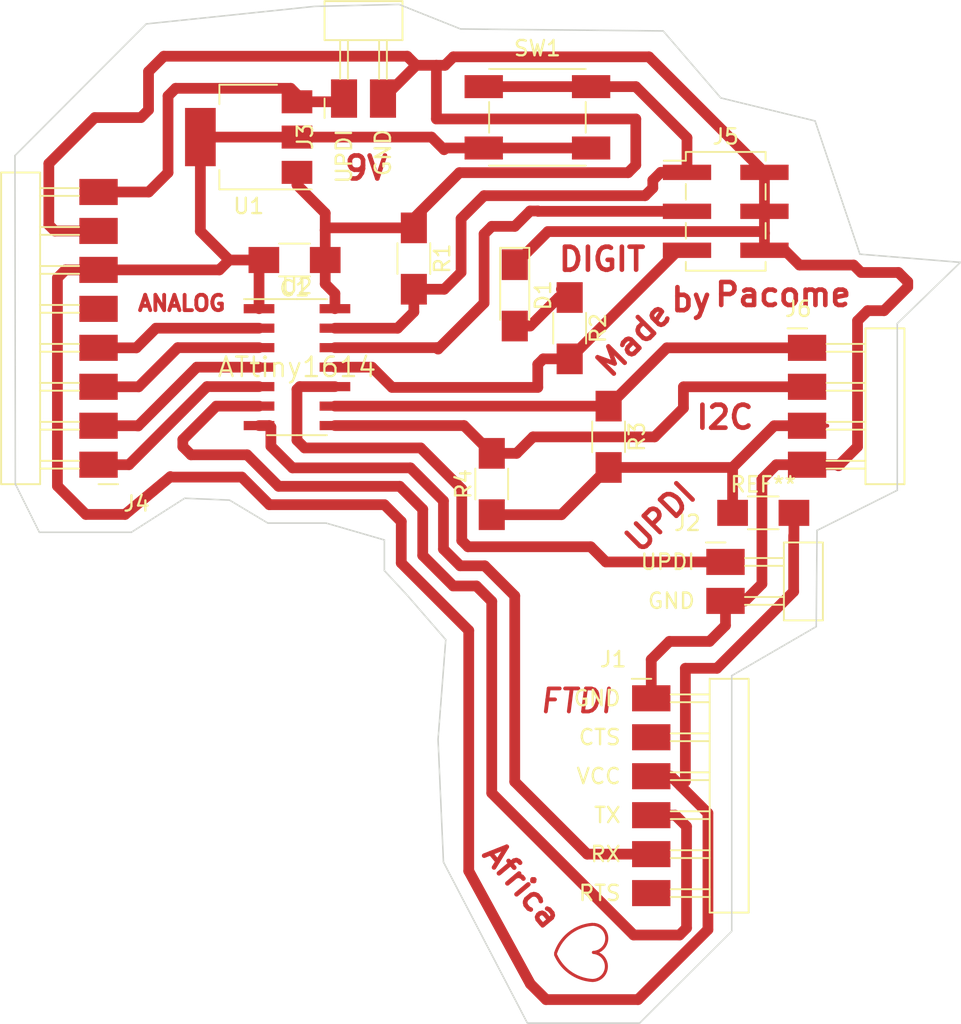
<source format=kicad_pcb>
(kicad_pcb (version 20211014) (generator pcbnew)
  (layers (0 "F.Cu" signal) (31 "B.Cu" signal) (34 "B.Paste" user) (35 "F.Paste" user) (36 "B.SilkS" user "B.Silkscreen") (37 "F.SilkS" user "F.Silkscreen") (38 "B.Mask" user) (39 "F.Mask" user) (44 "Edge.Cuts" user))
  (net 0 "")
  (net 1 "/GND")
  (net 2 "/PA4")
  (net 3 "/PA5")
  (net 4 "/PA6")
  (net 5 "/PA7")
  (net 6 "/TX")
  (net 7 "/RX")
  (net 8 "/SDA")
  (net 9 "/SCL")
  (net 10 "/UPDI")
  (net 11 "/PA1")
  (net 12 "/PA2")
  (net 13 "/PA3")
  (net 14 "/9V")
  (net 15 "/5V")
  (net 16 "Net-(D1-Pad2)")
  (footprint "fab:PinHeader_UPDI_01x02_P2.54mm_Horizontal_SMD" (layer "F.Cu") (at 47.1932 -42.5196)
    (fp_text reference "J2" (at -1.524 -2.54) (layer "F.SilkS") (effects (justify right)))
    (fp_text value "UPDI")
    (fp_text user "UPDI" (at -1.905 0) (layer "F.SilkS") (effects (justify right)))
    (fp_text user "GND" (at -1.905 2.54) (layer "F.SilkS") (effects (justify right)))
    (fp_line (start -1.27 -1.27) (end 0 -1.27) (layer "F.SilkS") (width 0.12))
    (fp_line (start 3.81 -0.254) (end 1.27 -0.254) (layer "F.SilkS") (width 0.12))
    (fp_line (start 6.35 -1.27) (end 6.35 3.81) (layer "F.SilkS") (width 0.12))
    (fp_line (start 3.81 2.286) (end 1.27 2.286) (layer "F.SilkS") (width 0.12))
    (fp_line (start 3.81 -1.27) (end 6.35 -1.27) (layer "F.SilkS") (width 0.12))
    (fp_line (start 6.35 3.81) (end 3.81 3.81) (layer "F.SilkS") (width 0.12))
    (fp_line (start 3.81 0.254) (end 1.27 0.254) (layer "F.SilkS") (width 0.12))
    (fp_line (start 3.81 3.81) (end 3.81 -1.27) (layer "F.SilkS") (width 0.12))
    (fp_line (start 3.81 2.794) (end 1.27 2.794) (layer "F.SilkS") (width 0.12))
    (pad "1" smd rect locked (at 0 0) (size 2.5 1.7) (layers "F.Cu" "F.Paste" "F.Mask") (net 10 "/UPDI"))
    (pad "2" smd rect locked (at 0 2.54) (size 2.5 1.7) (layers "F.Cu" "F.Paste" "F.Mask") (net 1 "/GND"))
  )
  (footprint "fab:SOT-223-3_TabPin2" (layer "F.Cu") (at 16.1032 -70.2196 180)
    (fp_text reference "U1" (at 0 -4.5) (layer "F.SilkS"))
    (fp_text value "Regulator_Linear")
    (fp_line (start 1.91 -3.41) (end 1.91 -2.15) (layer "F.SilkS") (width 0.12))
    (fp_line (start -4.1 -3.41) (end 1.91 -3.41) (layer "F.SilkS") (width 0.12))
    (fp_line (start -1.85 3.41) (end 1.91 3.41) (layer "F.SilkS") (width 0.12))
    (fp_line (start 1.91 3.41) (end 1.91 2.15) (layer "F.SilkS") (width 0.12))
    (pad "1" smd rect locked (at -3.15 -2.3 180) (size 2 1.5) (layers "F.Cu" "F.Paste" "F.Mask") (net 1 "/GND"))
    (pad "2" smd rect locked (at 3.15 0 180) (size 2 3.8) (layers "F.Cu" "F.Paste" "F.Mask") (net 15 "/5V"))
    (pad "2" smd rect locked (at -3.15 0 180) (size 2 1.5) (layers "F.Cu" "F.Paste" "F.Mask") (net 15 "/5V"))
    (pad "3" smd rect locked (at -3.15 2.3 180) (size 2 1.5) (layers "F.Cu" "F.Paste" "F.Mask") (net 14 "/9V"))
  )
  (footprint "fab:PinHeader_1x08_P2.54mm_Horizontal_SMD" (layer "F.Cu") (at 6.3132 -48.8596 180)
    (fp_text reference "J4" (at -1.524 -2.54) (layer "F.SilkS") (effects (justify left)))
    (fp_text value "PinHeader")
    (fp_line (start 3.81 -1.27) (end 6.35 -1.27) (layer "F.SilkS") (width 0.12))
    (fp_line (start 3.81 2.794) (end 1.27 2.794) (layer "F.SilkS") (width 0.12))
    (fp_line (start 3.81 4.826) (end 1.27 4.826) (layer "F.SilkS") (width 0.12))
    (fp_line (start 3.81 19.05) (end 3.81 -1.27) (layer "F.SilkS") (width 0.12))
    (fp_line (start 3.81 0.254) (end 1.27 0.254) (layer "F.SilkS") (width 0.12))
    (fp_line (start 3.81 15.494) (end 1.27 15.494) (layer "F.SilkS") (width 0.12))
    (fp_line (start 3.81 -0.254) (end 1.27 -0.254) (layer "F.SilkS") (width 0.12))
    (fp_line (start 3.81 10.414) (end 1.27 10.414) (layer "F.SilkS") (width 0.12))
    (fp_line (start 3.81 12.954) (end 1.27 12.954) (layer "F.SilkS") (width 0.12))
    (fp_line (start 3.81 9.906) (end 1.27 9.906) (layer "F.SilkS") (width 0.12))
    (fp_line (start 3.81 12.446) (end 1.27 12.446) (layer "F.SilkS") (width 0.12))
    (fp_line (start 6.35 19.05) (end 3.81 19.05) (layer "F.SilkS") (width 0.12))
    (fp_line (start 3.81 5.334) (end 1.27 5.334) (layer "F.SilkS") (width 0.12))
    (fp_line (start 3.81 7.874) (end 1.27 7.874) (layer "F.SilkS") (width 0.12))
    (fp_line (start 3.81 14.986) (end 1.27 14.986) (layer "F.SilkS") (width 0.12))
    (fp_line (start 6.35 -1.27) (end 6.35 19.05) (layer "F.SilkS") (width 0.12))
    (fp_line (start 3.81 2.286) (end 1.27 2.286) (layer "F.SilkS") (width 0.12))
    (fp_line (start 3.81 18.034) (end 1.27 18.034) (layer "F.SilkS") (width 0.12))
    (fp_line (start 3.81 17.526) (end 1.27 17.526) (layer "F.SilkS") (width 0.12))
    (fp_line (start 3.81 7.366) (end 1.27 7.366) (layer "F.SilkS") (width 0.12))
    (fp_line (start -1.27 -1.27) (end 0 -1.27) (layer "F.SilkS") (width 0.12))
    (pad "1" smd rect locked (at 0 0 180) (size 2.5 1.7) (layers "F.Cu" "F.Paste" "F.Mask") (net 5 "/PA7"))
    (pad "2" smd rect locked (at 0 2.54 180) (size 2.5 1.7) (layers "F.Cu" "F.Paste" "F.Mask") (net 4 "/PA6"))
    (pad "3" smd rect locked (at 0 5.08 180) (size 2.5 1.7) (layers "F.Cu" "F.Paste" "F.Mask") (net 3 "/PA5"))
    (pad "4" smd rect locked (at 0 7.62 180) (size 2.5 1.7) (layers "F.Cu" "F.Paste" "F.Mask") (net 2 "/PA4"))
    (pad "5" smd rect locked (at 0 10.16 180) (size 2.5 1.7) (layers "F.Cu" "F.Paste" "F.Mask") (net 1 "/GND"))
    (pad "6" smd rect locked (at 0 12.7 180) (size 2.5 1.7) (layers "F.Cu" "F.Paste" "F.Mask") (net 15 "/5V"))
    (pad "7" smd rect locked (at 0 15.24 180) (size 2.5 1.7) (layers "F.Cu" "F.Paste" "F.Mask") (net 1 "/GND"))
    (pad "8" smd rect locked (at 0 17.78 180) (size 2.5 1.7) (layers "F.Cu" "F.Paste" "F.Mask") (net 14 "/9V"))
  )
  (footprint "fab:PinHeader_2x03_P2.54mm_Vertical_SMD" (layer "F.Cu") (at 47.2082 -65.3796)
    (fp_text reference "J5" (at 0 -4.87) (layer "F.SilkS"))
    (fp_text value "C")
    (fp_line (start -2.6 -1.78) (end -2.6 -0.76) (layer "F.SilkS") (width 0.12))
    (fp_line (start 2.6 0.76) (end 2.6 1.78) (layer "F.SilkS") (width 0.12))
    (fp_line (start -2.6 -3.87) (end 2.6 -3.87) (layer "F.SilkS") (width 0.12))
    (fp_line (start 2.6 -3.87) (end 2.6 -3.3) (layer "F.SilkS") (width 0.12))
    (fp_line (start -2.6 3.87) (end 2.6 3.87) (layer "F.SilkS") (width 0.12))
    (fp_line (start -2.6 0.76) (end -2.6 1.78) (layer "F.SilkS") (width 0.12))
    (fp_line (start -2.6 -3.87) (end -2.6 -3.3) (layer "F.SilkS") (width 0.12))
    (fp_line (start -4.04 -3.3) (end -2.6 -3.3) (layer "F.SilkS") (width 0.12))
    (fp_line (start 2.6 -1.78) (end 2.6 -0.76) (layer "F.SilkS") (width 0.12))
    (fp_line (start 2.6 3.3) (end 2.6 3.87) (layer "F.SilkS") (width 0.12))
    (fp_line (start -2.6 3.3) (end -2.6 3.87) (layer "F.SilkS") (width 0.12))
    (pad "1" smd rect locked (at -2.525 -2.54) (size 3.15 1) (layers "F.Cu" "F.Paste" "F.Mask") (net 13 "/PA3"))
    (pad "2" smd rect locked (at 2.525 -2.54) (size 3.15 1) (layers "F.Cu" "F.Paste" "F.Mask") (net 1 "/GND"))
    (pad "3" smd rect locked (at -2.525 0) (size 3.15 1) (layers "F.Cu" "F.Paste" "F.Mask") (net 12 "/PA2"))
    (pad "4" smd rect locked (at 2.525 0) (size 3.15 1) (layers "F.Cu" "F.Paste" "F.Mask") (net 1 "/GND"))
    (pad "5" smd rect locked (at -2.525 2.54) (size 3.15 1) (layers "F.Cu" "F.Paste" "F.Mask") (net 11 "/PA1"))
    (pad "6" smd rect locked (at 2.525 2.54) (size 3.15 1) (layers "F.Cu" "F.Paste" "F.Mask") (net 1 "/GND"))
  )
  (footprint "fab:C_1206" (layer "F.Cu") (at 19.0942 -62.2046 180)
    (fp_text reference "C1" (at 0 -1.85) (layer "F.SilkS"))
    (fp_text value "C")
    (fp_line (start 1 1.07) (end -1 1.07) (layer "F.SilkS") (width 0.12))
    (fp_line (start -1 -1.07) (end 1 -1.07) (layer "F.SilkS") (width 0.12))
    (pad "1" smd rect locked (at -2 0 180) (size 2 1.7) (layers "F.Cu" "F.Paste" "F.Mask") (net 1 "/GND"))
    (pad "2" smd rect locked (at 2 0 180) (size 2 1.7) (layers "F.Cu" "F.Paste" "F.Mask") (net 15 "/5V"))
  )
  (footprint "fab:PinHeader_FTDI_01x06_P2.54mm_Horizontal_SMD" (layer "F.Cu") (at 42.3532 -33.6296)
    (fp_text reference "J1" (at -1.524 -2.54) (layer "F.SilkS") (effects (justify right)))
    (fp_text value "FTDI")
    (fp_text user "RX" (at -1.905 10.16) (layer "F.SilkS") (effects (justify right)))
    (fp_text user "GND" (at -1.905 0) (layer "F.SilkS") (effects (justify right)))
    (fp_text user "VCC" (at -1.905 5.08) (layer "F.SilkS") (effects (justify right)))
    (fp_text user "TX" (at -1.905 7.62) (layer "F.SilkS") (effects (justify right)))
    (fp_text user "RTS" (at -1.905 12.7) (layer "F.SilkS") (effects (justify right)))
    (fp_text user "CTS" (at -1.905 2.54) (layer "F.SilkS") (effects (justify right)))
    (fp_line (start 3.81 2.794) (end 1.27 2.794) (layer "F.SilkS") (width 0.12))
    (fp_line (start 3.81 12.446) (end 1.27 12.446) (layer "F.SilkS") (width 0.12))
    (fp_line (start 3.81 10.414) (end 1.27 10.414) (layer "F.SilkS") (width 0.12))
    (fp_line (start 3.81 4.826) (end 1.27 4.826) (layer "F.SilkS") (width 0.12))
    (fp_line (start 3.81 13.97) (end 3.81 -1.27) (layer "F.SilkS") (width 0.12))
    (fp_line (start 3.81 12.954) (end 1.27 12.954) (layer "F.SilkS") (width 0.12))
    (fp_line (start -1.27 -1.27) (end 0 -1.27) (layer "F.SilkS") (width 0.12))
    (fp_line (start 3.81 9.906) (end 1.27 9.906) (layer "F.SilkS") (width 0.12))
    (fp_line (start 3.81 -0.254) (end 1.27 -0.254) (layer "F.SilkS") (width 0.12))
    (fp_line (start 3.81 -1.27) (end 6.35 -1.27) (layer "F.SilkS") (width 0.12))
    (fp_line (start 3.81 0.254) (end 1.27 0.254) (layer "F.SilkS") (width 0.12))
    (fp_line (start 3.81 7.874) (end 1.27 7.874) (layer "F.SilkS") (width 0.12))
    (fp_line (start 3.81 7.366) (end 1.27 7.366) (layer "F.SilkS") (width 0.12))
    (fp_line (start 3.81 2.286) (end 1.27 2.286) (layer "F.SilkS") (width 0.12))
    (fp_line (start 6.35 -1.27) (end 6.35 13.97) (layer "F.SilkS") (width 0.12))
    (fp_line (start 6.35 13.97) (end 3.81 13.97) (layer "F.SilkS") (width 0.12))
    (fp_line (start 3.81 5.334) (end 1.27 5.334) (layer "F.SilkS") (width 0.12))
    (pad "1" smd rect locked (at 0 0) (size 2.5 1.7) (layers "F.Cu" "F.Paste" "F.Mask") (net 1 "/GND"))
    (pad "2" smd rect locked (at 0 2.54) (size 2.5 1.7) (layers "F.Cu" "F.Paste" "F.Mask"))
    (pad "3" smd rect locked (at 0 5.08) (size 2.5 1.7) (layers "F.Cu" "F.Paste" "F.Mask") (net 15 "/5V"))
    (pad "4" smd rect locked (at 0 7.62) (size 2.5 1.7) (layers "F.Cu" "F.Paste" "F.Mask") (net 6 "/TX"))
    (pad "5" smd rect locked (at 0 10.16) (size 2.5 1.7) (layers "F.Cu" "F.Paste" "F.Mask") (net 7 "/RX"))
    (pad "6" smd rect locked (at 0 12.7) (size 2.5 1.7) (layers "F.Cu" "F.Paste" "F.Mask"))
  )
  (footprint "fab:R_1206" (layer "F.Cu") (at 37.0332 -57.7596 -90)
    (fp_text reference "R2" (at 0 -1.85 90) (layer "F.SilkS"))
    (fp_text value "R")
    (fp_line (start 1 1.07) (end -1 1.07) (layer "F.SilkS") (width 0.12))
    (fp_line (start -1 -1.07) (end 1 -1.07) (layer "F.SilkS") (width 0.12))
    (pad "1" smd rect locked (at -2 0 270) (size 2 1.7) (layers "F.Cu" "F.Paste" "F.Mask") (net 16 "Net-(D1-Pad2)"))
    (pad "2" smd rect locked (at 2 0 270) (size 2 1.7) (layers "F.Cu" "F.Paste" "F.Mask") (net 11 "/PA1"))
  )
  (footprint "fab:Button_Omron_B3SN_6x6mm" (layer "F.Cu") (at 34.9302 -71.5076)
    (fp_text reference "SW1" (at 0 -4.5) (layer "F.SilkS"))
    (fp_text value "BUTTON")
    (fp_line (start 3.15 -1) (end 3.15 1) (layer "F.SilkS") (width 0.12))
    (fp_line (start 3.15 3.15) (end -3.15 3.15) (layer "F.SilkS") (width 0.12))
    (fp_line (start -3.15 -3.15) (end 3.15 -3.15) (layer "F.SilkS") (width 0.12))
    (fp_line (start -3.15 1) (end -3.15 -1) (layer "F.SilkS") (width 0.12))
    (pad "1" smd rect locked (at 3.5 -2) (size 2.5 1.5) (layers "F.Cu" "F.Paste" "F.Mask") (net 13 "/PA3"))
    (pad "1" smd rect locked (at -3.5 -2) (size 2.5 1.5) (layers "F.Cu" "F.Paste" "F.Mask") (net 13 "/PA3"))
    (pad "2" smd rect locked (at 3.5 2) (size 2.5 1.5) (layers "F.Cu" "F.Paste" "F.Mask") (net 15 "/5V"))
    (pad "2" smd rect locked (at -3.5 2) (size 2.5 1.5) (layers "F.Cu" "F.Paste" "F.Mask") (net 15 "/5V"))
  )
  (footprint "fab:LED_1206" (layer "F.Cu") (at 33.4532 -59.8996 -90)
    (fp_text reference "D1" (at 0 -1.85 90) (layer "F.SilkS"))
    (fp_text value "LED")
    (fp_line (start -3.1 0.95) (end 1.6 0.95) (layer "F.SilkS") (width 0.12))
    (fp_line (start -3.1 -0.95) (end 1.6 -0.95) (layer "F.SilkS") (width 0.12))
    (fp_line (start -3.1 -0.95) (end -3.1 0.95) (layer "F.SilkS") (width 0.12))
    (pad "1" smd rect locked (at -2 0 270) (size 2 1.7) (layers "F.Cu" "F.Paste" "F.Mask") (net 1 "/GND"))
    (pad "2" smd rect locked (at 2 0 270) (size 2 1.7) (layers "F.Cu" "F.Paste" "F.Mask") (net 16 "Net-(D1-Pad2)"))
  )
  (footprint "fab:R_1206" (layer "F.Cu") (at 39.5732 -50.6796 -90)
    (fp_text reference "R3" (at 0 -1.85 90) (layer "F.SilkS"))
    (fp_text value "R")
    (fp_line (start 1 1.07) (end -1 1.07) (layer "F.SilkS") (width 0.12))
    (fp_line (start -1 -1.07) (end 1 -1.07) (layer "F.SilkS") (width 0.12))
    (pad "1" smd rect locked (at -2 0 270) (size 2 1.7) (layers "F.Cu" "F.Paste" "F.Mask") (net 9 "/SCL"))
    (pad "2" smd rect locked (at 2 0 270) (size 2 1.7) (layers "F.Cu" "F.Paste" "F.Mask") (net 15 "/5V"))
  )
  (footprint "fab:SOIC-14_3.9x8.7mm_P1.27mm" (layer "F.Cu") (at 19.2532 -55.2196)
    (fp_text reference "U2" (at 0 -5.28) (layer "F.SilkS"))
    (fp_text value "ATtiny1614" (at 0 0) (layer "F.SilkS") (effects (font (size 1.27 1.27))))
    (fp_line (start 0 -4.435) (end 1.95 -4.435) (layer "F.SilkS") (width 0.12))
    (fp_line (start 0 4.435) (end 1.95 4.435) (layer "F.SilkS") (width 0.12))
    (fp_line (start 0 4.435) (end -1.95 4.435) (layer "F.SilkS") (width 0.12))
    (fp_line (start 0 -4.435) (end -3.45 -4.435) (layer "F.SilkS") (width 0.12))
    (pad "1" smd rect (at -2.475 -3.81) (size 2 0.6) (layers "F.Cu" "F.Paste" "F.Mask") (net 15 "/5V"))
    (pad "2" smd rect (at -2.475 -2.54) (size 2 0.6) (layers "F.Cu" "F.Paste" "F.Mask") (net 2 "/PA4"))
    (pad "3" smd rect (at -2.475 -1.27) (size 2 0.6) (layers "F.Cu" "F.Paste" "F.Mask") (net 3 "/PA5"))
    (pad "4" smd rect (at -2.475 0) (size 2 0.6) (layers "F.Cu" "F.Paste" "F.Mask") (net 4 "/PA6"))
    (pad "5" smd rect (at -2.475 1.27) (size 2 0.6) (layers "F.Cu" "F.Paste" "F.Mask") (net 5 "/PA7"))
    (pad "6" smd rect (at -2.475 2.54) (size 2 0.6) (layers "F.Cu" "F.Paste" "F.Mask") (net 6 "/TX"))
    (pad "7" smd rect (at -2.475 3.81) (size 2 0.6) (layers "F.Cu" "F.Paste" "F.Mask") (net 7 "/RX"))
    (pad "8" smd rect (at 2.475 3.81) (size 2 0.6) (layers "F.Cu" "F.Paste" "F.Mask") (net 8 "/SDA"))
    (pad "9" smd rect (at 2.475 2.54) (size 2 0.6) (layers "F.Cu" "F.Paste" "F.Mask") (net 9 "/SCL"))
    (pad "10" smd rect (at 2.475 1.27) (size 2 0.6) (layers "F.Cu" "F.Paste" "F.Mask") (net 10 "/UPDI"))
    (pad "11" smd rect (at 2.475 0) (size 2 0.6) (layers "F.Cu" "F.Paste" "F.Mask") (net 11 "/PA1"))
    (pad "12" smd rect (at 2.475 -1.27) (size 2 0.6) (layers "F.Cu" "F.Paste" "F.Mask") (net 12 "/PA2"))
    (pad "13" smd rect (at 2.475 -2.54) (size 2 0.6) (layers "F.Cu" "F.Paste" "F.Mask") (net 13 "/PA3"))
    (pad "14" smd rect (at 2.475 -3.81) (size 2 0.6) (layers "F.Cu" "F.Paste" "F.Mask") (net 1 "/GND"))
  )
  (footprint "fab:PinHeader_UPDI_01x02_P2.54mm_Horizontal_SMD" (layer "F.Cu") (at 22.3212 -72.7316 90)
    (fp_text reference "J3" (at -1.524 -2.54 90) (layer "F.SilkS") (effects (justify right)))
    (fp_text value "9V Power")
    (fp_text user "GND" (at -1.905 2.54 90) (layer "F.SilkS") (effects (justify right)))
    (fp_text user "UPDI" (at -1.905 0 90) (layer "F.SilkS") (effects (justify right)))
    (fp_line (start 3.81 0.254) (end 1.27 0.254) (layer "F.SilkS") (width 0.12))
    (fp_line (start 3.81 2.794) (end 1.27 2.794) (layer "F.SilkS") (width 0.12))
    (fp_line (start 6.35 3.81) (end 3.81 3.81) (layer "F.SilkS") (width 0.12))
    (fp_line (start 3.81 -0.254) (end 1.27 -0.254) (layer "F.SilkS") (width 0.12))
    (fp_line (start -1.27 -1.27) (end 0 -1.27) (layer "F.SilkS") (width 0.12))
    (fp_line (start 6.35 -1.27) (end 6.35 3.81) (layer "F.SilkS") (width 0.12))
    (fp_line (start 3.81 2.286) (end 1.27 2.286) (layer "F.SilkS") (width 0.12))
    (fp_line (start 3.81 3.81) (end 3.81 -1.27) (layer "F.SilkS") (width 0.12))
    (fp_line (start 3.81 -1.27) (end 6.35 -1.27) (layer "F.SilkS") (width 0.12))
    (pad "1" smd rect locked (at 0 0 90) (size 2.5 1.7) (layers "F.Cu" "F.Paste" "F.Mask") (net 14 "/9V"))
    (pad "2" smd rect locked (at 0 2.54 90) (size 2.5 1.7) (layers "F.Cu" "F.Paste" "F.Mask") (net 1 "/GND"))
  )
  (footprint "fab:R_1206" (layer "F.Cu") (at 31.9532 -47.5996 90)
    (fp_text reference "R4" (at 0 -1.85 90) (layer "F.SilkS"))
    (fp_text value "R")
    (fp_line (start -1 -1.07) (end 1 -1.07) (layer "F.SilkS") (width 0.12))
    (fp_line (start 1 1.07) (end -1 1.07) (layer "F.SilkS") (width 0.12))
    (pad "1" smd rect locked (at -2 0 90) (size 2 1.7) (layers "F.Cu" "F.Paste" "F.Mask") (net 15 "/5V"))
    (pad "2" smd rect locked (at 2 0 90) (size 2 1.7) (layers "F.Cu" "F.Paste" "F.Mask") (net 8 "/SDA"))
  )
  (footprint "fab:R_1206" (layer "F.Cu") (at 26.8732 -62.2996 -90)
    (fp_text reference "R1" (at 0 -1.85 90) (layer "F.SilkS"))
    (fp_text value "R")
    (fp_line (start 1 1.07) (end -1 1.07) (layer "F.SilkS") (width 0.12))
    (fp_line (start -1 -1.07) (end 1 -1.07) (layer "F.SilkS") (width 0.12))
    (pad "1" smd rect locked (at -2 0 270) (size 2 1.7) (layers "F.Cu" "F.Paste" "F.Mask") (net 1 "/GND"))
    (pad "2" smd rect locked (at 2 0 270) (size 2 1.7) (layers "F.Cu" "F.Paste" "F.Mask") (net 13 "/PA3"))
  )
  (footprint "fab:PinHeader_1x04_P2.54mm_Horizontal_SMD" (layer "F.Cu") (at 52.5132 -56.4796)
    (fp_text reference "J6" (at -1.524 -2.54 180) (layer "F.SilkS") (effects (justify left)))
    (fp_text value "PinHeader")
    (fp_line (start 6.35 8.89) (end 3.81 8.89) (layer "F.SilkS") (width 0.12))
    (fp_line (start 3.81 2.794) (end 1.27 2.794) (layer "F.SilkS") (width 0.12))
    (fp_line (start 3.81 5.334) (end 1.27 5.334) (layer "F.SilkS") (width 0.12))
    (fp_line (start 3.81 8.89) (end 3.81 -1.27) (layer "F.SilkS") (width 0.12))
    (fp_line (start 3.81 7.366) (end 1.27 7.366) (layer "F.SilkS") (width 0.12))
    (fp_line (start 3.81 0.254) (end 1.27 0.254) (layer "F.SilkS") (width 0.12))
    (fp_line (start -1.27 -1.27) (end 0 -1.27) (layer "F.SilkS") (width 0.12))
    (fp_line (start 3.81 7.874) (end 1.27 7.874) (layer "F.SilkS") (width 0.12))
    (fp_line (start 3.81 -1.27) (end 6.35 -1.27) (layer "F.SilkS") (width 0.12))
    (fp_line (start 3.81 -0.254) (end 1.27 -0.254) (layer "F.SilkS") (width 0.12))
    (fp_line (start 3.81 2.286) (end 1.27 2.286) (layer "F.SilkS") (width 0.12))
    (fp_line (start 6.35 -1.27) (end 6.35 8.89) (layer "F.SilkS") (width 0.12))
    (fp_line (start 3.81 4.826) (end 1.27 4.826) (layer "F.SilkS") (width 0.12))
    (pad "1" smd rect locked (at 0 0) (size 2.5 1.7) (layers "F.Cu" "F.Paste" "F.Mask") (net 9 "/SCL"))
    (pad "2" smd rect locked (at 0 2.54) (size 2.5 1.7) (layers "F.Cu" "F.Paste" "F.Mask") (net 8 "/SDA"))
    (pad "3" smd rect locked (at 0 5.08) (size 2.5 1.7) (layers "F.Cu" "F.Paste" "F.Mask") (net 15 "/5V"))
    (pad "4" smd rect locked (at 0 7.62) (size 2.5 1.7) (layers "F.Cu" "F.Paste" "F.Mask") (net 1 "/GND"))
  )
  (footprint "fab:R_1206" (layer "F.Cu") (at 49.657 -45.72)
    (fp_text reference "REF**" (at 0 -1.85) (layer "F.SilkS"))
    (fp_text value "R_1206")
    (fp_line (start 1 1.07) (end -1 1.07) (layer "F.SilkS") (width 0.12))
    (fp_line (start -1 -1.07) (end 1 -1.07) (layer "F.SilkS") (width 0.12))
    (pad "1" smd rect locked (at -2 0) (size 2 1.7) (layers "F.Cu" "F.Paste" "F.Mask") (net 15 "/5V"))
    (pad "2" smd rect locked (at 2 0) (size 2 1.7) (layers "F.Cu" "F.Paste" "F.Mask") (net 15 "/5V"))
  )
  (gr_arc (start 38.502567 -15.233978) (mid 37.072687 -15.735943) (end 36.114967 -16.910378) (layer "F.Cu") (width 0.2))
  (gr_arc (start 38.602031 -17.057871) (mid 39.426838 -16.123268) (end 38.553367 -15.233978) (layer "F.Cu") (width 0.2))
  (gr_arc (start 36.114967 -17.011978) (mid 37.034114 -18.320678) (end 38.527967 -18.891578) (layer "F.Cu") (width 0.2))
  (gr_arc (start 38.627431 -18.886671) (mid 39.452238 -17.952068) (end 38.578767 -17.062778) (layer "F.Cu") (width 0.2))
  (gr_line (start 21.152237 -45.052068) (end 24.952237 -43.952068) (layer "Edge.Cuts") (width 0.1))
  (gr_line (start 28.8036 -22.952068) (end 34.276556 -12.452068) (layer "Edge.Cuts") (width 0.1))
  (gr_line (start 26.452237 -40.3352) (end 28.952237 -37.452068) (layer "Edge.Cuts") (width 0.1))
  (gr_line (start 14.852237 -46.552068) (end 11.929237 -46.672068) (layer "Edge.Cuts") (width 0.1))
  (gr_line (start 53.0352 -71.2724) (end 46.8884 -72.771) (layer "Edge.Cuts") (width 0.1))
  (gr_line (start 25.908 -78.867) (end 20.3962 -78.74) (layer "Edge.Cuts") (width 0.1))
  (gr_line (start 24.952237 -41.952068) (end 24.952237 -43.952068) (layer "Edge.Cuts") (width 0.1))
  (gr_line (start 47.5996 -18.4404) (end 47.5996 -35.1028) (layer "Edge.Cuts") (width 0.1))
  (gr_line (start 53.1114 -38.3032) (end 53.1622 -44.577) (layer "Edge.Cuts") (width 0.1))
  (gr_line (start 53.1622 -44.577) (end 58.3946 -47.1932) (layer "Edge.Cuts") (width 0.1))
  (gr_line (start 43.1292 -77.1398) (end 29.9212 -77.2668) (layer "Edge.Cuts") (width 0.1))
  (gr_line (start 11.929237 -46.672068) (end 8.449437 -44.452068) (layer "Edge.Cuts") (width 0.1))
  (gr_line (start 17.352237 -45.052068) (end 14.852237 -46.552068) (layer "Edge.Cuts") (width 0.1))
  (gr_line (start 8.449437 -44.452068) (end 2.455037 -44.452068) (layer "Edge.Cuts") (width 0.1))
  (gr_line (start 28.452237 -30.952068) (end 28.8036 -22.952068) (layer "Edge.Cuts") (width 0.1))
  (gr_line (start 47.5996 -35.1028) (end 53.1114 -38.3032) (layer "Edge.Cuts") (width 0.1))
  (gr_line (start 9.4234 -77.597) (end 0.8636 -69.0118) (layer "Edge.Cuts") (width 0.1))
  (gr_line (start 58.3946 -47.1932) (end 58.3946 -58.0644) (layer "Edge.Cuts") (width 0.1))
  (gr_line (start 2.455037 -44.452068) (end 0.889 -47.5996) (layer "Edge.Cuts") (width 0.1))
  (gr_line (start 20.3962 -78.74) (end 9.4234 -77.597) (layer "Edge.Cuts") (width 0.1))
  (gr_line (start 28.952237 -37.452068) (end 28.452237 -30.952068) (layer "Edge.Cuts") (width 0.1))
  (gr_line (start 62.5094 -62.0522) (end 55.9562 -62.5856) (layer "Edge.Cuts") (width 0.1))
  (gr_line (start 0.8636 -69.0118) (end 0.889 -47.5996) (layer "Edge.Cuts") (width 0.1))
  (gr_line (start 17.352237 -45.052068) (end 21.152237 -45.052068) (layer "Edge.Cuts") (width 0.1))
  (gr_line (start 41.592219 -12.452068) (end 47.5996 -18.4404) (layer "Edge.Cuts") (width 0.1))
  (gr_line (start 55.9562 -62.5856) (end 53.0352 -71.2724) (layer "Edge.Cuts") (width 0.1))
  (gr_line (start 46.8884 -72.771) (end 43.1292 -77.1398) (layer "Edge.Cuts") (width 0.1))
  (gr_line (start 58.3946 -58.0644) (end 62.5094 -62.0522) (layer "Edge.Cuts") (width 0.1))
  (gr_line (start 34.312256 -12.452068) (end 41.592219 -12.452068) (layer "Edge.Cuts") (width 0.1))
  (gr_line (start 29.9212 -77.2668) (end 25.908 -78.867) (layer "Edge.Cuts") (width 0.1))
  (gr_line (start 24.952237 -41.952068) (end 26.452237 -40.3352) (layer "Edge.Cuts") (width 0.1))
  (gr_text "UPDI\n" (at 42.952237 -45.452068 45) (layer "F.Cu") (effects (font (size 1.5 1.5) (thickness 0.3))))
  (gr_text "Made " (at 41.6052 -57.452068 45) (layer "F.Cu") (effects (font (size 1.5 1.5) (thickness 0.3))))
  (gr_text "I2C" (at 47.152237 -51.952068) (layer "F.Cu") (effects (font (size 1.5 1.5) (thickness 0.3))))
  (gr_text "DIGIT" (at 39.152237 -62.252068) (layer "F.Cu") (effects (font (size 1.5 1.5) (thickness 0.3))))
  (gr_text "9V" (at 23.7744 -68.199) (layer "F.Cu") (effects (font (size 1.5 1.5) (thickness 0.3))))
  (gr_text "Pacome" (at 50.952237 -59.952068) (layer "F.Cu") (effects (font (size 1.5 1.5) (thickness 0.3))))
  (gr_text "Africa" (at 33.952237 -21.452068 -50) (layer "F.Cu") (effects (font (size 1.5 1.5) (thickness 0.3))))
  (gr_text "by" (at 44.952237 -59.6138) (layer "F.Cu") (effects (font (size 1.5 1.5) (thickness 0.3))))
  (gr_text "ANALOG" (at 11.7348 -59.3852) (layer "F.Cu") (effects (font (size 1 1) (thickness 0.25))))
  (gr_text "FTDI" (at 37.452237 -33.452068) (layer "F.Cu") (effects (font (size 1.5 1.5) (thickness 0.25) italic)))
  (segment (start 3.46353 -64.0996) (end 3.07253 -64.4906) (width 0.7) (layer "F.Cu") (net 1))
  (segment (start 49.7332 -63.9572) (end 49.6316 -64.0588) (width 0.7) (layer "F.Cu") (net 1))
  (segment (start 52.5132 -48.8596) (end 50.5106 -48.8596) (width 0.7) (layer "F.Cu") (net 1))
  (segment (start 42.3532 -33.6296) (end 42.3532 -36.1556) (width 0.7) (layer "F.Cu") (net 1))
  (segment (start 46.1518 -37.338) (end 47.1932 -38.3794) (width 0.7) (layer "F.Cu") (net 1))
  (segment (start 9.57253 -74.4906) (end 10.57253 -75.4906) (width 0.7) (layer "F.Cu") (net 1))
  (segment (start 55.8038 -50.038) (end 55.8038 -58.2422) (width 0.7) (layer "F.Cu") (net 1))
  (segment (start 21.7282 -60.0156) (end 21.7282 -59.0296) (width 0.7) (layer "F.Cu") (net 1))
  (segment (start 55.5498 -61.8744) (end 52.0192 -61.8744) (width 0.7) (layer "F.Cu") (net 1))
  (segment (start 21.0942 -64.1496) (end 21.0942 -62.2046) (width 0.7) (layer "F.Cu") (net 1))
  (segment (start 49.6316 -64.0588) (end 35.6124 -64.0588) (width 0.7) (layer "F.Cu") (net 1))
  (segment (start 40.8442 -67.8996) (end 41.3442 -68.3996) (width 0.7) (layer "F.Cu") (net 1))
  (segment (start 28.899769 -74.8996) (end 29.452237 -75.452068) (width 0.7) (layer "F.Cu") (net 1))
  (segment (start 54.493 -48.8596) (end 54.5592 -48.7934) (width 0.7) (layer "F.Cu") (net 1))
  (segment (start 28.3442 -71.3996) (end 28.3442 -74.8996) (width 0.7) (layer "F.Cu") (net 1))
  (segment (start 28.3442 -74.8996) (end 28.899769 -74.8996) (width 0.7) (layer "F.Cu") (net 1))
  (segment (start 58.4708 -61.3918) (end 56.0324 -61.3918) (width 0.7) (layer "F.Cu") (net 1))
  (segment (start 19.2532 -67.9196) (end 19.2532 -67.0996) (width 0.7) (layer "F.Cu") (net 1))
  (segment (start 49.7332 -63.9572) (end 49.7332 -67.9196) (width 0.7) (layer "F.Cu") (net 1))
  (segment (start 3.07253 -64.4906) (end 3.07253 -68.4906) (width 0.7) (layer "F.Cu") (net 1))
  (segment (start 28.3442 -74.8996) (end 27.0292 -74.8996) (width 0.7) (layer "F.Cu") (net 1))
  (segment (start 35.6124 -64.0588) (end 33.4532 -61.8996) (width 0.7) (layer "F.Cu") (net 1))
  (segment (start 50.5106 -48.8596) (end 49.57028 -47.91928) (width 0.7) (layer "F.Cu") (net 1))
  (segment (start 41.3442 -71.3996) (end 28.3442 -71.3996) (width 0.7) (layer "F.Cu") (net 1))
  (segment (start 59.0804 -60.452) (end 59.0804 -60.7822) (width 0.7) (layer "F.Cu") (net 1))
  (segment (start 47.1932 -38.3794) (end 47.1932 -39.9796) (width 0.7) (layer "F.Cu") (net 1))
  (segment (start 6.07253 -71.4906) (end 9.07253 -71.4906) (width 0.7) (layer "F.Cu") (net 1))
  (segment (start 21.0282 -59.0296) (end 21.7282 -59.0296) (width 0.25) (layer "F.Cu") (net 1))
  (segment (start 26.8732 -64.9286) (end 29.8442 -67.8996) (width 0.7) (layer "F.Cu") (net 1))
  (segment (start 26.8732 -64.2996) (end 26.8732 -64.9286) (width 0.7) (layer "F.Cu") (net 1))
  (segment (start 57.531 -58.9026) (end 59.0804 -60.452) (width 0.7) (layer "F.Cu") (net 1))
  (segment (start 56.4642 -58.9026) (end 57.531 -58.9026) (width 0.7) (layer "F.Cu") (net 1))
  (segment (start 49.57028 -41.08668) (end 48.4632 -39.9796) (width 0.7) (layer "F.Cu") (net 1))
  (segment (start 52.0192 -61.8744) (end 51.054 -62.8396) (width 0.7) (layer "F.Cu") (net 1))
  (segment (start 59.0804 -60.7822) (end 58.4708 -61.3918) (width 0.7) (layer "F.Cu") (net 1))
  (segment (start 3.07253 -68.4906) (end 6.07253 -71.4906) (width 0.7) (layer "F.Cu") (net 1))
  (segment (start 54.5592 -48.7934) (end 55.8038 -50.038) (width 0.7) (layer "F.Cu") (net 1))
  (segment (start 19.2532 -67.0996) (end 21.0942 -65.2586) (width 0.7) (layer "F.Cu") (net 1))
  (segment (start 9.07253 -71.4906) (end 9.57253 -71.9906) (width 0.7) (layer "F.Cu") (net 1))
  (segment (start 21.0942 -60.6496) (end 21.7282 -60.0156) (width 0.7) (layer "F.Cu") (net 1))
  (segment (start 21.2442 -64.2996) (end 26.8732 -64.2996) (width 0.7) (layer "F.Cu") (net 1))
  (segment (start 26.4382 -75.4906) (end 27.0292 -74.8996) (width 0.7) (layer "F.Cu") (net 1))
  (segment (start 55.8038 -58.2422) (end 56.4642 -58.9026) (width 0.7) (layer "F.Cu") (net 1))
  (segment (start 51.054 -62.8396) (end 49.7332 -62.8396) (width 0.7) (layer "F.Cu") (net 1))
  (segment (start 41.3442 -68.3996) (end 41.3442 -71.3996) (width 0.7) (layer "F.Cu") (net 1))
  (segment (start 56.0324 -61.3918) (end 55.5498 -61.8744) (width 0.7) (layer "F.Cu") (net 1))
  (segment (start 29.452237 -75.452068) (end 42.200732 -75.452068) (width 0.7) (layer "F.Cu") (net 1))
  (segment (start 49.2252 -67.9196) (end 49.7332 -67.9196) (width 0.25) (layer "F.Cu") (net 1))
  (segment (start 43.5356 -37.338) (end 46.1518 -37.338) (width 0.7) (layer "F.Cu") (net 1))
  (segment (start 42.3532 -36.1556) (end 43.5356 -37.338) (width 0.7) (layer "F.Cu") (net 1))
  (segment (start 10.57253 -75.4906) (end 26.4382 -75.4906) (width 0.7) (layer "F.Cu") (net 1))
  (segment (start 21.0942 -62.2046) (end 21.0942 -60.6496) (width 0.7) (layer "F.Cu") (net 1))
  (segment (start 49.7332 -62.8396) (end 49.7332 -63.9572) (width 0.7) (layer "F.Cu") (net 1))
  (segment (start 29.8442 -67.8996) (end 40.8442 -67.8996) (width 0.7) (layer "F.Cu") (net 1))
  (segment (start 21.0942 -64.1496) (end 21.2442 -64.2996) (width 0.7) (layer "F.Cu") (net 1))
  (segment (start 42.200732 -75.452068) (end 49.7332 -67.9196) (width 0.7) (layer "F.Cu") (net 1))
  (segment (start 52.5132 -48.8596) (end 54.493 -48.8596) (width 0.7) (layer "F.Cu") (net 1))
  (segment (start 6.3132 -64.0996) (end 3.46353 -64.0996) (width 0.7) (layer "F.Cu") (net 1))
  (segment (start 49.57028 -47.91928) (end 49.57028 -41.08668) (width 0.7) (layer "F.Cu") (net 1))
  (segment (start 9.57253 -71.9906) (end 9.57253 -74.4906) (width 0.7) (layer "F.Cu") (net 1))
  (segment (start 27.0292 -74.8996) (end 24.8612 -72.7316) (width 0.7) (layer "F.Cu") (net 1))
  (segment (start 21.0942 -65.2586) (end 21.0942 -64.1496) (width 0.7) (layer "F.Cu") (net 1))
  (segment (start 48.4632 -39.9796) (end 47.1932 -39.9796) (width 0.7) (layer "F.Cu") (net 1))
  (segment (start 10.0584 -57.7596) (end 8.7784 -56.4796) (width 0.7) (layer "F.Cu") (net 2))
  (segment (start 8.7784 -56.4796) (end 6.3132 -56.4796) (width 0.7) (layer "F.Cu") (net 2))
  (segment (start 16.7782 -57.7596) (end 10.0584 -57.7596) (width 0.7) (layer "F.Cu") (net 2))
  (segment (start 8.9308 -53.9396) (end 6.3132 -53.9396) (width 0.7) (layer "F.Cu") (net 3))
  (segment (start 16.7782 -56.4896) (end 11.4808 -56.4896) (width 0.7) (layer "F.Cu") (net 3))
  (segment (start 11.4808 -56.4896) (end 8.9308 -53.9396) (width 0.7) (layer "F.Cu") (net 3))
  (segment (start 16.7782 -55.2196) (end 12.7254 -55.2196) (width 0.7) (layer "F.Cu") (net 4))
  (segment (start 8.89 -51.3842) (end 8.8746 -51.3996) (width 0.7) (layer "F.Cu") (net 4))
  (segment (start 12.7254 -55.2196) (end 8.89 -51.3842) (width 0.7) (layer "F.Cu") (net 4))
  (segment (start 8.8746 -51.3996) (end 6.3132 -51.3996) (width 0.7) (layer "F.Cu") (net 4))
  (segment (start 8.2958 -48.8596) (end 6.3132 -48.8596) (width 0.7) (layer "F.Cu") (net 5))
  (segment (start 6.3132 -48.8596) (end 7.1782 -48.8596) (width 0.25) (layer "F.Cu") (net 5))
  (segment (start 13.3858 -53.9496) (end 8.2958 -48.8596) (width 0.7) (layer "F.Cu") (net 5))
  (segment (start 16.7782 -53.9496) (end 13.3858 -53.9496) (width 0.7) (layer "F.Cu") (net 5))
  (segment (start 31.952237 -27.452068) (end 41.2068 -18.197505) (width 0.7) (layer "F.Cu") (net 6))
  (segment (start 31.952237 -39.952068) (end 31.952237 -27.452068) (width 0.7) (layer "F.Cu") (net 6))
  (segment (start 44.6532 -18.653031) (end 44.6532 -25.273) (width 0.7) (layer "F.Cu") (net 6))
  (segment (start 13.9954 -52.6796) (end 11.811 -50.4952) (width 0.7) (layer "F.Cu") (net 6))
  (segment (start 16.7782 -52.6796) (end 13.9954 -52.6796) (width 0.7) (layer "F.Cu") (net 6))
  (segment (start 44.197674 -18.197505) (end 44.6532 -18.653031) (width 0.7) (layer "F.Cu") (net 6))
  (segment (start 43.9166 -26.0096) (end 42.3532 -26.0096) (width 0.7) (layer "F.Cu") (net 6))
  (segment (start 15.999705 -49.5046) (end 18.052237 -47.452068) (width 0.7) (layer "F.Cu") (net 6))
  (segment (start 27.452237 -42.944559) (end 29.444728 -40.952068) (width 0.7) (layer "F.Cu") (net 6))
  (segment (start 29.444728 -40.952068) (end 30.952237 -40.952068) (width 0.7) (layer "F.Cu") (net 6))
  (segment (start 41.2068 -18.197505) (end 44.197674 -18.197505) (width 0.7) (layer "F.Cu") (net 6))
  (segment (start 18.052237 -47.452068) (end 25.952237 -47.452068) (width 0.7) (layer "F.Cu") (net 6))
  (segment (start 11.811 -50.4952) (end 11.811 -50.038) (width 0.7) (layer "F.Cu") (net 6))
  (segment (start 27.452237 -45.952068) (end 27.452237 -42.944559) (width 0.7) (layer "F.Cu") (net 6))
  (segment (start 44.6532 -25.273) (end 43.9166 -26.0096) (width 0.7) (layer "F.Cu") (net 6))
  (segment (start 12.3444 -49.5046) (end 15.999705 -49.5046) (width 0.7) (layer "F.Cu") (net 6))
  (segment (start 30.952237 -40.952068) (end 31.952237 -39.952068) (width 0.7) (layer "F.Cu") (net 6))
  (segment (start 25.952237 -47.452068) (end 27.452237 -45.952068) (width 0.7) (layer "F.Cu") (net 6))
  (segment (start 11.811 -50.038) (end 12.3444 -49.5046) (width 0.7) (layer "F.Cu") (net 6))
  (segment (start 17.5514 -51.308) (end 17.5514 -50.0634) (width 0.7) (layer "F.Cu") (net 7))
  (segment (start 31.496 -42.2656) (end 33.4518 -40.3098) (width 0.7) (layer "F.Cu") (net 7))
  (segment (start 38.1762 -23.4696) (end 42.3532 -23.4696) (width 0.7) (layer "F.Cu") (net 7))
  (segment (start 16.7782 -51.4096) (end 17.4498 -51.4096) (width 0.7) (layer "F.Cu") (net 7))
  (segment (start 26.652237 -48.652068) (end 28.8036 -46.500705) (width 0.7) (layer "F.Cu") (net 7))
  (segment (start 28.8036 -46.500705) (end 28.8036 -43.3578) (width 0.7) (layer "F.Cu") (net 7))
  (segment (start 42.3532 -23.4696) (end 41.0972 -23.4696) (width 0.25) (layer "F.Cu") (net 7))
  (segment (start 17.4498 -51.4096) (end 17.5514 -51.308) (width 0.7) (layer "F.Cu") (net 7))
  (segment (start 29.8958 -42.2656) (end 31.496 -42.2656) (width 0.7) (layer "F.Cu") (net 7))
  (segment (start 33.4518 -28.194) (end 38.1762 -23.4696) (width 0.7) (layer "F.Cu") (net 7))
  (segment (start 17.5514 -50.0634) (end 18.962732 -48.652068) (width 0.7) (layer "F.Cu") (net 7))
  (segment (start 33.4518 -40.3098) (end 33.4518 -28.194) (width 0.7) (layer "F.Cu") (net 7))
  (segment (start 28.8036 -43.3578) (end 29.8958 -42.2656) (width 0.7) (layer "F.Cu") (net 7))
  (segment (start 18.962732 -48.652068) (end 26.652237 -48.652068) (width 0.7) (layer "F.Cu") (net 7))
  (segment (start 44.45 -52.5526) (end 44.45 -53.9242) (width 0.7) (layer "F.Cu") (net 8))
  (segment (start 30.1432 -51.4096) (end 31.9532 -49.5996) (width 0.7) (layer "F.Cu") (net 8))
  (segment (start 33.5722 -49.5996) (end 34.6456 -50.673) (width 0.7) (layer "F.Cu") (net 8))
  (segment (start 44.45 -53.9242) (end 44.4654 -53.9396) (width 0.7) (layer "F.Cu") (net 8))
  (segment (start 31.9532 -49.5996) (end 33.5722 -49.5996) (width 0.7) (layer "F.Cu") (net 8))
  (segment (start 21.7282 -51.4096) (end 30.1432 -51.4096) (width 0.7) (layer "F.Cu") (net 8))
  (segment (start 44.4654 -53.9396) (end 52.5132 -53.9396) (width 0.7) (layer "F.Cu") (net 8))
  (segment (start 42.5704 -50.673) (end 44.45 -52.5526) (width 0.7) (layer "F.Cu") (net 8))
  (segment (start 34.6456 -50.673) (end 42.5704 -50.673) (width 0.7) (layer "F.Cu") (net 8))
  (segment (start 43.3732 -56.4796) (end 52.5132 -56.4796) (width 0.7) (layer "F.Cu") (net 9))
  (segment (start 21.7282 -52.6796) (end 39.5732 -52.6796) (width 0.7) (layer "F.Cu") (net 9))
  (segment (start 39.5732 -52.6796) (end 43.3732 -56.4796) (width 0.7) (layer "F.Cu") (net 9))
  (segment (start 27.314732 -49.952068) (end 29.9974 -47.2694) (width 0.7) (layer "F.Cu") (net 10))
  (segment (start 38.4048 -43.5102) (end 39.3954 -42.5196) (width 0.7) (layer "F.Cu") (net 10))
  (segment (start 21.7282 -53.9496) (end 19.431 -53.9496) (width 0.7) (layer "F.Cu") (net 10))
  (segment (start 30.4038 -43.5102) (end 38.4048 -43.5102) (width 0.7) (layer "F.Cu") (net 10))
  (segment (start 19.752237 -49.952068) (end 27.314732 -49.952068) (width 0.7) (layer "F.Cu") (net 10))
  (segment (start 19.431 -53.9496) (end 19.2532 -53.7718) (width 0.7) (layer "F.Cu") (net 10))
  (segment (start 29.9974 -43.9166) (end 30.4038 -43.5102) (width 0.7) (layer "F.Cu") (net 10))
  (segment (start 39.3954 -42.5196) (end 47.1932 -42.5196) (width 0.7) (layer "F.Cu") (net 10))
  (segment (start 19.2532 -53.7718) (end 19.2532 -50.451105) (width 0.7) (layer "F.Cu") (net 10))
  (segment (start 19.2532 -50.451105) (end 19.752237 -49.952068) (width 0.7) (layer "F.Cu") (net 10))
  (segment (start 29.9974 -47.2694) (end 29.9974 -43.9166) (width 0.7) (layer "F.Cu") (net 10))
  (segment (start 21.7282 -55.2196) (end 24.1332 -55.2196) (width 0.7) (layer "F.Cu") (net 11))
  (segment (start 37.0332 -55.7596) (end 37.6032 -55.7596) (width 0.25) (layer "F.Cu") (net 11))
  (segment (start 34.9532 -55.3996) (end 35.3132 -55.7596) (width 0.7) (layer "F.Cu") (net 11))
  (segment (start 44.6832 -62.8396) (end 44.1132 -62.8396) (width 0.7) (layer "F.Cu") (net 11))
  (segment (start 44.1132 -62.8396) (end 37.0332 -55.7596) (width 0.7) (layer "F.Cu") (net 11))
  (segment (start 35.3132 -55.7596) (end 37.0332 -55.7596) (width 0.7) (layer "F.Cu") (net 11))
  (segment (start 24.1332 -55.2196) (end 25.4532 -53.8996) (width 0.7) (layer "F.Cu") (net 11))
  (segment (start 25.4532 -53.8996) (end 34.9532 -53.8996) (width 0.7) (layer "F.Cu") (net 11))
  (segment (start 34.9532 -53.8996) (end 34.9532 -55.3996) (width 0.7) (layer "F.Cu") (net 11))
  (segment (start 33.4532 -64.3996) (end 31.9532 -64.3996) (width 0.7) (layer "F.Cu") (net 12))
  (segment (start 44.6832 -65.3796) (end 34.9732 -65.3796) (width 0.7) (layer "F.Cu") (net 12))
  (segment (start 34.4532 -65.3996) (end 33.4532 -64.3996) (width 0.7) (layer "F.Cu") (net 12))
  (segment (start 31.4532 -63.8996) (end 31.4532 -59.3996) (width 0.7) (layer "F.Cu") (net 12))
  (segment (start 31.4532 -59.3996) (end 28.4532 -56.3996) (width 0.7) (layer "F.Cu") (net 12))
  (segment (start 28.3632 -56.4896) (end 21.7282 -56.4896) (width 0.7) (layer "F.Cu") (net 12))
  (segment (start 28.4532 -56.3996) (end 28.3632 -56.4896) (width 0.7) (layer "F.Cu") (net 12))
  (segment (start 31.9532 -64.3996) (end 31.4532 -63.8996) (width 0.7) (layer "F.Cu") (net 12))
  (segment (start 34.9732 -65.3796) (end 34.9532 -65.3996) (width 0.7) (layer "F.Cu") (net 12))
  (segment (start 34.9532 -65.3996) (end 34.4532 -65.3996) (width 0.7) (layer "F.Cu") (net 12))
  (segment (start 44.6832 -67.9196) (end 44.6832 -70.1696) (width 0.7) (layer "F.Cu") (net 13))
  (segment (start 29.9532 -61.3996) (end 29.9532 -64.8996) (width 0.7) (layer "F.Cu") (net 13))
  (segment (start 38.4302 -73.5076) (end 39.0952 -73.5076) (width 0.25) (layer "F.Cu") (net 13))
  (segment (start 28.8532 -60.2996) (end 29.9532 -61.3996) (width 0.7) (layer "F.Cu") (net 13))
  (segment (start 44.6832 -70.1696) (end 41.3452 -73.5076) (width 0.7) (layer "F.Cu") (net 13))
  (segment (start 31.4532 -66.3996) (end 41.9532 -66.3996) (width 0.7) (layer "F.Cu") (net 13))
  (segment (start 31.4302 -73.5076) (end 38.4302 -73.5076) (width 0.7) (layer "F.Cu") (net 13))
  (segment (start 21.7282 -57.7596) (end 25.8132 -57.7596) (width 0.7) (layer "F.Cu") (net 13))
  (segment (start 26.8732 -60.2996) (end 28.8532 -60.2996) (width 0.7) (layer "F.Cu") (net 13))
  (segment (start 42.9732 -67.9196) (end 44.6832 -67.9196) (width 0.7) (layer "F.Cu") (net 13))
  (segment (start 41.3452 -73.5076) (end 38.4302 -73.5076) (width 0.7) (layer "F.Cu") (net 13))
  (segment (start 26.8732 -58.8196) (end 26.8732 -60.2996) (width 0.7) (layer "F.Cu") (net 13))
  (segment (start 42.4532 -66.8996) (end 42.4532 -67.3996) (width 0.7) (layer "F.Cu") (net 13))
  (segment (start 25.8132 -57.7596) (end 26.8732 -58.8196) (width 0.7) (layer "F.Cu") (net 13))
  (segment (start 42.4532 -67.3996) (end 42.9732 -67.9196) (width 0.7) (layer "F.Cu") (net 13))
  (segment (start 41.9532 -66.3996) (end 42.4532 -66.8996) (width 0.7) (layer "F.Cu") (net 13))
  (segment (start 29.9532 -64.8996) (end 31.4532 -66.3996) (width 0.7) (layer "F.Cu") (net 13))
  (segment (start 19.2532 -72.5196) (end 22.1092 -72.5196) (width 0.7) (layer "F.Cu") (net 14))
  (segment (start 19.2532 -72.9906) (end 19.2532 -72.5196) (width 0.7) (layer "F.Cu") (net 14))
  (segment (start 9.5842 -66.6396) (end 10.8442 -67.8996) (width 0.7) (layer "F.Cu") (net 14))
  (segment (start 22.0532 -72.9996) (end 22.3212 -72.7316) (width 0.25) (layer "F.Cu") (net 14))
  (segment (start 18.8442 -73.3996) (end 19.2532 -72.9906) (width 0.7) (layer "F.Cu") (net 14))
  (segment (start 6.3132 -66.6396) (end 9.5842 -66.6396) (width 0.7) (layer "F.Cu") (net 14))
  (segment (start 22.1092 -72.5196) (end 22.3212 -72.7316) (width 0.7) (layer "F.Cu") (net 14))
  (segment (start 10.8442 -67.8996) (end 10.8442 -72.8996) (width 0.7) (layer "F.Cu") (net 14))
  (segment (start 11.3442 -73.3996) (end 18.8442 -73.3996) (width 0.7) (layer "F.Cu") (net 14))
  (segment (start 10.8442 -72.8996) (end 11.3442 -73.3996) (width 0.7) (layer "F.Cu") (net 14))
  (segment (start 51.6382 -40.5892) (end 51.6382 -44.2214) (width 0.7) (layer "F.Cu") (net 15))
  (segment (start 53.8326 -51.3996) (end 52.5132 -51.3996) (width 0.25) (layer "F.Cu") (net 15))
  (segment (start 14.4272 -61.5696) (end 14.3327 -61.4751) (width 0.25) (layer "F.Cu") (net 15))
  (segment (start 41.486386 -13.986217) (end 46.0502 -18.550031) (width 0.7) (layer "F.Cu") (net 15))
  (segment (start 44.2722 -27.9146) (end 43.6372 -28.5496) (width 0.7) (layer "F.Cu") (net 15))
  (segment (start 28.0242 -70.2196) (end 28.8442 -69.3996) (width 0.7) (layer "F.Cu") (net 15))
  (segment (start 44.577 -28.2194) (end 44.577 -35.5854) (width 0.7) (layer "F.Cu") (net 15))
  (segment (start 44.2722 -27.8892) (end 43.6118 -28.5496) (width 0.25) (layer "F.Cu") (net 15))
  (segment (start 24.952237 -46.252068) (end 26.052237 -45.152068) (width 0.7) (layer "F.Cu") (net 15))
  (segment (start 6.3132 -61.5596) (end 4.1556 -61.5596) (width 0.7) (layer "F.Cu") (net 15))
  (segment (start 14.3129 -61.6839) (end 14.4272 -61.5696) (width 0.25) (layer "F.Cu") (net 15))
  (segment (start 11.002821 -48.080489) (end 11.031242 -48.052068) (width 0.7) (layer "F.Cu") (net 15))
  (segment (start 47.650903 -48.6796) (end 50.370903 -51.3996) (width 0.7) (layer "F.Cu") (net 15))
  (segment (start 19.2532 -70.2196) (end 28.0242 -70.2196) (width 0.7) (layer "F.Cu") (net 15))
  (segment (start 28.9522 -69.5076) (end 38.4302 -69.5076) (width 0.7) (layer "F.Cu") (net 15))
  (segment (start 12.9532 -70.2196) (end 19.2532 -70.2196) (width 0.7) (layer "F.Cu") (net 15))
  (segment (start 51.3742 -51.3996) (end 52.5132 -51.3996) (width 0.25) (layer "F.Cu") (net 15))
  (segment (start 46.6344 -35.5854) (end 51.6382 -40.5892) (width 0.7) (layer "F.Cu") (net 15))
  (segment (start 51.657 -43.9232) (end 51.657 -45.72) (width 0.7) (layer "F.Cu") (net 15))
  (segment (start 42.3532 -28.5496) (end 43.6372 -28.5496) (width 0.25) (layer "F.Cu") (net 15))
  (segment (start 36.4932 -45.5996) (end 39.5732 -48.6796) (width 0.7) (layer "F.Cu") (net 15))
  (segment (start 26.052237 -42.452068) (end 30.452237 -38.052068) (width 0.7) (layer "F.Cu") (net 15))
  (segment (start 14.8336 -62.2046) (end 14.3129 -61.6839) (width 0.7) (layer "F.Cu") (net 15))
  (segment (start 34.470593 -15.008607) (end 35.492983 -13.986217) (width 0.7) (layer "F.Cu") (net 15))
  (segment (start 14.2482 -61.5596) (end 14.3327 -61.4751) (width 0.25) (layer "F.Cu") (net 15))
  (segment (start 6.3132 -61.5596) (end 14.1886 -61.5596) (width 0.7) (layer "F.Cu") (net 15))
  (segment (start 16.7782 -61.8886) (end 17.0942 -62.2046) (width 0.7) (layer "F.Cu") (net 15))
  (segment (start 39.5732 -48.6796) (end 47.650903 -48.6796) (width 0.7) (layer "F.Cu") (net 15))
  (segment (start 44.577 -35.5854) (end 46.6344 -35.5854) (width 0.7) (layer "F.Cu") (net 15))
  (segment (start 47.650903 -48.6796) (end 47.657 -48.673503) (width 0.7) (layer "F.Cu") (net 15))
  (segment (start 15.652237 -48.052068) (end 17.452237 -46.252068) (width 0.7) (layer "F.Cu") (net 15))
  (segment (start 31.9532 -45.5996) (end 36.4932 -45.5996) (width 0.7) (layer "F.Cu") (net 15))
  (segment (start 30.452237 -22.37279) (end 34.470593 -15.008607) (width 0.7) (layer "F.Cu") (net 15))
  (segment (start 12.9532 -64.085) (end 12.9532 -70.2196) (width 0.7) (layer "F.Cu") (net 15))
  (segment (start 16.7782 -59.0296) (end 16.7782 -61.8886) (width 0.7) (layer "F.Cu") (net 15))
  (segment (start 28.8442 -69.3996) (end 28.9522 -69.5076) (width 0.7) (layer "F.Cu") (net 15))
  (segment (start 3.6322 -61.0362) (end 3.6322 -47.4726) (width 0.7) (layer "F.Cu") (net 15))
  (segment (start 47.657 -48.673503) (end 47.657 -45.72) (width 0.7) (layer "F.Cu") (net 15))
  (segment (start 50.370903 -51.3996) (end 52.5132 -51.3996) (width 0.7) (layer "F.Cu") (net 15))
  (segment (start 35.492983 -13.986217) (end 41.486386 -13.986217) (width 0.7) (layer "F.Cu") (net 15))
  (segment (start 5.4864 -45.6184) (end 8.043995 -45.6184) (width 0.7) (layer "F.Cu") (net 15))
  (segment (start 11.031242 -48.052068) (end 15.652237 -48.052068) (width 0.7) (layer "F.Cu") (net 15))
  (segment (start 3.6322 -47.4726) (end 5.4864 -45.6184) (width 0.7) (layer "F.Cu") (net 15))
  (segment (start 46.0502 -26.1366) (end 44.2722 -27.9146) (width 0.7) (layer "F.Cu") (net 15))
  (segment (start 44.2722 -27.9146) (end 44.577 -28.2194) (width 0.7) (layer "F.Cu") (net 15))
  (segment (start 17.452237 -46.252068) (end 24.952237 -46.252068) (width 0.7) (layer "F.Cu") (net 15))
  (segment (start 26.052237 -45.152068) (end 26.052237 -42.452068) (width 0.7) (layer "F.Cu") (net 15))
  (segment (start 43.6118 -28.5496) (end 42.3532 -28.5496) (width 0.25) (layer "F.Cu") (net 15))
  (segment (start 8.043995 -45.6184) (end 11.002821 -48.080489) (width 0.7) (layer "F.Cu") (net 15))
  (segment (start 4.1556 -61.5596) (end 3.6322 -61.0362) (width 0.7) (layer "F.Cu") (net 15))
  (segment (start 46.0502 -18.550031) (end 46.0502 -26.1366) (width 0.7) (layer "F.Cu") (net 15))
  (segment (start 14.8336 -62.2046) (end 12.9532 -64.085) (width 0.7) (layer "F.Cu") (net 15))
  (segment (start 30.452237 -38.052068) (end 30.452237 -22.37279) (width 0.7) (layer "F.Cu") (net 15))
  (segment (start 14.1886 -61.5596) (end 14.3129 -61.6839) (width 0.7) (layer "F.Cu") (net 15))
  (segment (start 17.0942 -62.2046) (end 14.8336 -62.2046) (width 0.7) (layer "F.Cu") (net 15))
  (segment (start 37.0332 -59.7596) (end 36.3132 -59.7596) (width 0.7) (layer "F.Cu") (net 16))
  (segment (start 36.3132 -59.7596) (end 34.4532 -57.8996) (width 0.7) (layer "F.Cu") (net 16))
  (segment (start 36.4932 -60.2996) (end 37.0332 -59.7596) (width 0.7) (layer "F.Cu") (net 16))
  (segment (start 34.4532 -57.8996) (end 33.4532 -57.8996) (width 0.7) (layer "F.Cu") (net 16))
)
</source>
